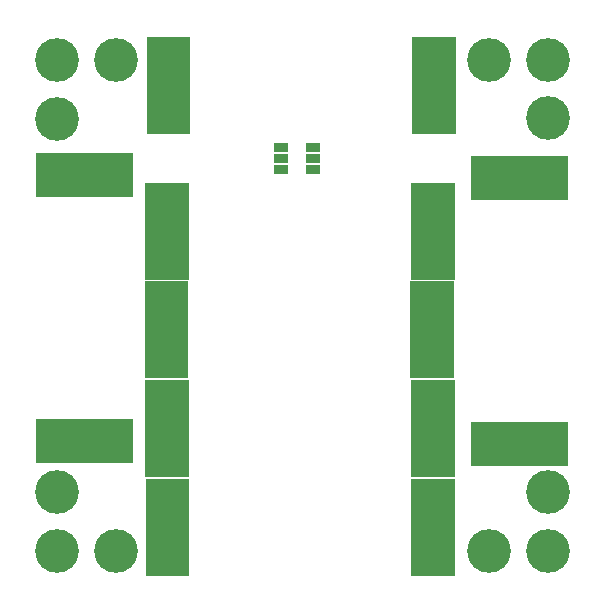
<source format=gts>
G04 Layer: TopSolderMaskLayer*
G04 EasyEDA v6.3.22, 2020-01-22T11:07:26+01:00*
G04 c2129058598944f0bb6b3e408993b306,6ac03ef627a24f5ab7c901ca926ad83b,10*
G04 Gerber Generator version 0.2*
G04 Scale: 100 percent, Rotated: No, Reflected: No *
G04 Dimensions in millimeters *
G04 leading zeros omitted , absolute positions ,3 integer and 3 decimal *
%FSLAX33Y33*%
%MOMM*%
G90*
G71D02*

%ADD29C,3.703193*%

%LPD*%
G54D29*
G01X2199Y43800D03*
G01X7199Y43799D03*
G01X2210Y38810D03*
G01X43809Y43810D03*
G01X38800Y43810D03*
G01X43819Y38840D03*
G01X2230Y7210D03*
G01X2199Y2220D03*
G01X7210Y2220D03*
G01X43809Y2210D03*
G01X38820Y2199D03*
G01X43809Y7199D03*
G36*
G01X20627Y36022D02*
G01X20627Y36774D01*
G01X21831Y36774D01*
G01X21831Y36022D01*
G01X20627Y36022D01*
G37*
G36*
G01X20627Y35072D02*
G01X20627Y35824D01*
G01X21831Y35824D01*
G01X21831Y35072D01*
G01X20627Y35072D01*
G37*
G36*
G01X20627Y34122D02*
G01X20627Y34874D01*
G01X21831Y34874D01*
G01X21831Y34122D01*
G01X20627Y34122D01*
G37*
G36*
G01X23327Y34122D02*
G01X23327Y34874D01*
G01X24531Y34874D01*
G01X24531Y34122D01*
G01X23327Y34122D01*
G37*
G36*
G01X23327Y36022D02*
G01X23327Y36774D01*
G01X24531Y36774D01*
G01X24531Y36022D01*
G01X23327Y36022D01*
G37*
G36*
G01X23327Y35072D02*
G01X23327Y35824D01*
G01X24531Y35824D01*
G01X24531Y35072D01*
G01X23327Y35072D01*
G37*
G36*
G01X32329Y37549D02*
G01X32329Y45751D01*
G01X36032Y45751D01*
G01X36032Y37549D01*
G01X32329Y37549D01*
G37*
G36*
G01X9827Y37549D02*
G01X9827Y45751D01*
G01X13530Y45751D01*
G01X13530Y37549D01*
G01X9827Y37549D01*
G37*
G36*
G01X32237Y127D02*
G01X32237Y8331D01*
G01X35941Y8331D01*
G01X35941Y127D01*
G01X32237Y127D01*
G37*
G36*
G01X9738Y127D02*
G01X9738Y8331D01*
G01X13441Y8331D01*
G01X13441Y127D01*
G01X9738Y127D01*
G37*
G36*
G01X32217Y25179D02*
G01X32217Y33381D01*
G01X35920Y33381D01*
G01X35920Y25179D01*
G01X32217Y25179D01*
G37*
G36*
G01X9718Y25179D02*
G01X9718Y33381D01*
G01X13421Y33381D01*
G01X13421Y25179D01*
G01X9718Y25179D01*
G37*
G36*
G01X32199Y8499D02*
G01X32199Y16701D01*
G01X35900Y16701D01*
G01X35900Y8499D01*
G01X32199Y8499D01*
G37*
G36*
G01X9697Y8499D02*
G01X9697Y16701D01*
G01X13401Y16701D01*
G01X13401Y8499D01*
G01X9697Y8499D01*
G37*
G36*
G01X37307Y9439D02*
G01X37307Y13142D01*
G01X45511Y13142D01*
G01X45511Y9439D01*
G01X37307Y9439D01*
G37*
G36*
G01X37307Y31938D02*
G01X37307Y35641D01*
G01X45511Y35641D01*
G01X45511Y31938D01*
G01X37307Y31938D01*
G37*
G36*
G01X477Y9698D02*
G01X477Y13401D01*
G01X8681Y13401D01*
G01X8681Y9698D01*
G01X477Y9698D01*
G37*
G36*
G01X477Y32197D02*
G01X477Y35900D01*
G01X8681Y35900D01*
G01X8681Y32197D01*
G01X477Y32197D01*
G37*
G36*
G01X32148Y16838D02*
G01X32148Y25042D01*
G01X35852Y25042D01*
G01X35852Y16838D01*
G01X32148Y16838D01*
G37*
G36*
G01X9649Y16838D02*
G01X9649Y25042D01*
G01X13352Y25042D01*
G01X13352Y16838D01*
G01X9649Y16838D01*
G37*
M00*
M02*

</source>
